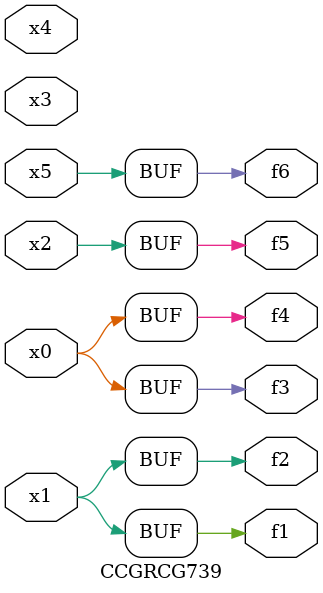
<source format=v>
module CCGRCG739(
	input x0, x1, x2, x3, x4, x5,
	output f1, f2, f3, f4, f5, f6
);
	assign f1 = x1;
	assign f2 = x1;
	assign f3 = x0;
	assign f4 = x0;
	assign f5 = x2;
	assign f6 = x5;
endmodule

</source>
